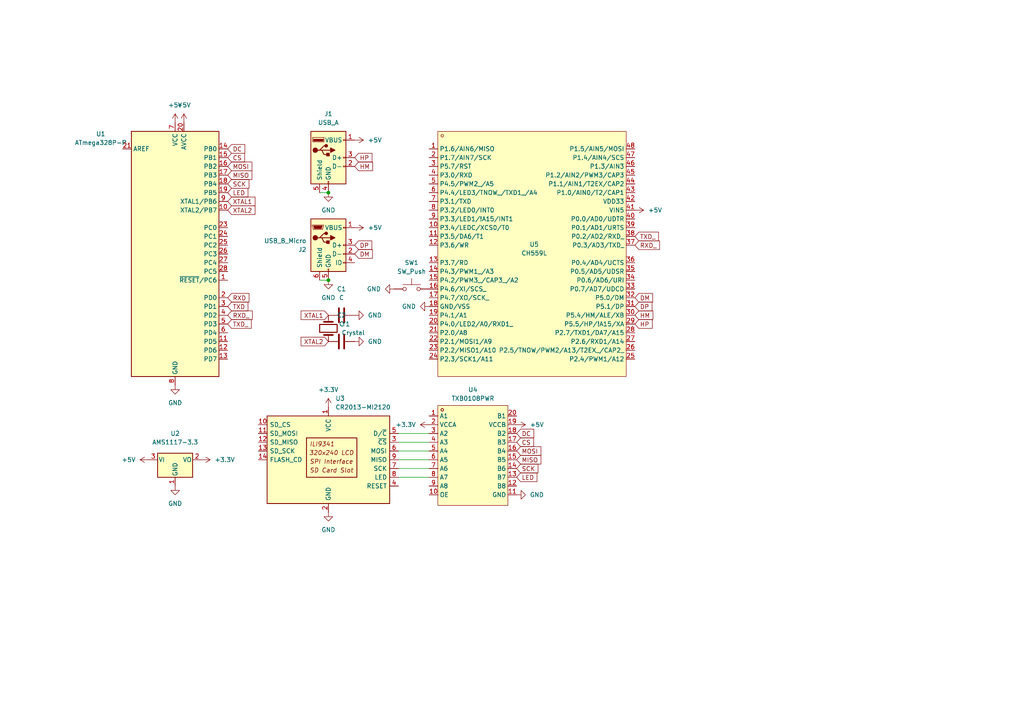
<source format=kicad_sch>
(kicad_sch (version 20211123) (generator eeschema)
  (paper "A4")
  (lib_symbols
    (symbol "CH559L:CH559L"
      (property "Reference" "U?" (at 0 1.4988 0))
      (property "Value" "CH559L" (at 0 -1.0412 0))
      (symbol "CH559L_0_1"
        (rectangle (start -27.94 34.29) (end 26.67 -36.83) (fill (type background)))
        (circle (center -26.67 33.02) (radius 0.38))
        (pin unspecified line (at -30.48 29.21 0) (length 2.54) (name "P1.6/AIN6/MISO") (number "1"))
        (pin unspecified line (at -30.48 6.35 0) (length 2.54) (name "P3.4/LEDC/XCS0/T0") (number "10"))
        (pin unspecified line (at -30.48 3.81 0) (length 2.54) (name "P3.5/DA6/T1") (number "11"))
        (pin unspecified line (at -30.48 1.27 0) (length 2.54) (name "P3.6/WR") (number "12"))
        (pin unspecified line (at -30.48 -3.81 0) (length 2.54) (name "P3.7/RD") (number "13"))
        (pin unspecified line (at -30.48 -6.35 0) (length 2.54) (name "P4.3/PWM1_/A3") (number "14"))
        (pin unspecified line (at -30.48 -8.89 0) (length 2.54) (name "P4.2/PWM3_/CAP3_/A2") (number "15"))
        (pin unspecified line (at -30.48 -11.43 0) (length 2.54) (name "P4.6/XI/SCS_") (number "16"))
        (pin unspecified line (at -30.48 -13.97 0) (length 2.54) (name "P4.7/XO/SCK_") (number "17"))
        (pin unspecified line (at -30.48 -16.51 0) (length 2.54) (name "GND/VSS") (number "18"))
        (pin unspecified line (at -30.48 -19.05 0) (length 2.54) (name "P4.1/A1") (number "19"))
        (pin unspecified line (at -30.48 26.67 0) (length 2.54) (name "P1.7/AIN7/SCK") (number "2"))
        (pin unspecified line (at -30.48 -21.59 0) (length 2.54) (name "P4.0/LED2/A0/RXD1_") (number "20"))
        (pin unspecified line (at -30.48 -24.13 0) (length 2.54) (name "P2.0/A8") (number "21"))
        (pin unspecified line (at -30.48 -26.67 0) (length 2.54) (name "P2.1/MOSI1/A9") (number "22"))
        (pin unspecified line (at -30.48 -29.21 0) (length 2.54) (name "P2.2/MISO1/A10") (number "23"))
        (pin unspecified line (at -30.48 -31.75 0) (length 2.54) (name "P2.3/SCK1/A11") (number "24"))
        (pin unspecified line (at 29.21 -31.75 180) (length 2.54) (name "P2.4/PWM1/A12") (number "25"))
        (pin unspecified line (at 29.21 -29.21 180) (length 2.54) (name "P2.5/TNOW/PWM2/A13/T2EX_/CAP2_") (number "26"))
        (pin unspecified line (at 29.21 -26.67 180) (length 2.54) (name "P2.6/RXD1/A14") (number "27"))
        (pin unspecified line (at 29.21 -24.13 180) (length 2.54) (name "P2.7/TXD1/DA7/A15") (number "28"))
        (pin unspecified line (at 29.21 -21.59 180) (length 2.54) (name "P5.5/HP/!A15/XA") (number "29"))
        (pin unspecified line (at -30.48 24.13 0) (length 2.54) (name "P5.7/RST") (number "3"))
        (pin unspecified line (at 29.21 -19.05 180) (length 2.54) (name "P5.4/HM/ALE/XB") (number "30"))
        (pin unspecified line (at 29.21 -16.51 180) (length 2.54) (name "P5.1/DP") (number "31"))
        (pin unspecified line (at 29.21 -13.97 180) (length 2.54) (name "P5.0/DM") (number "32"))
        (pin unspecified line (at 29.21 -11.43 180) (length 2.54) (name "P0.7/AD7/UDCD") (number "33"))
        (pin unspecified line (at 29.21 -8.89 180) (length 2.54) (name "P0.6/AD6/URI") (number "34"))
        (pin unspecified line (at 29.21 -6.35 180) (length 2.54) (name "P0.5/AD5/UDSR") (number "35"))
        (pin unspecified line (at 29.21 -3.81 180) (length 2.54) (name "P0.4/AD4/UCTS") (number "36"))
        (pin unspecified line (at 29.21 1.27 180) (length 2.54) (name "P0.3/AD3/TXD_") (number "37"))
        (pin unspecified line (at 29.21 3.81 180) (length 2.54) (name "P0.2/AD2/RXD_") (number "38"))
        (pin unspecified line (at 29.21 6.35 180) (length 2.54) (name "P0.1/AD1/URTS") (number "39"))
        (pin unspecified line (at -30.48 21.59 0) (length 2.54) (name "P3.0/RXD") (number "4"))
        (pin unspecified line (at 29.21 8.89 180) (length 2.54) (name "P0.0/AD0/UDTR") (number "40"))
        (pin unspecified line (at 29.21 11.43 180) (length 2.54) (name "VIN5") (number "41"))
        (pin unspecified line (at 29.21 13.97 180) (length 2.54) (name "VDD33") (number "42"))
        (pin unspecified line (at 29.21 16.51 180) (length 2.54) (name "P1.0/AIN0/T2/CAP1") (number "43"))
        (pin unspecified line (at 29.21 19.05 180) (length 2.54) (name "P1.1/AIN1/T2EX/CAP2") (number "44"))
        (pin unspecified line (at 29.21 21.59 180) (length 2.54) (name "P1.2/AIN2/PWM3/CAP3") (number "45"))
        (pin unspecified line (at 29.21 24.13 180) (length 2.54) (name "P1.3/AIN3") (number "46"))
        (pin unspecified line (at 29.21 26.67 180) (length 2.54) (name "P1.4/AIN4/SCS") (number "47"))
        (pin unspecified line (at 29.21 29.21 180) (length 2.54) (name "P1.5/AIN5/MOSI") (number "48"))
        (pin unspecified line (at -30.48 19.05 0) (length 2.54) (name "P4.5/PWM2_/A5") (number "5"))
        (pin unspecified line (at -30.48 16.51 0) (length 2.54) (name "P4.4/LED3/TNOW_/TXD1_/A4") (number "6"))
        (pin unspecified line (at -30.48 13.97 0) (length 2.54) (name "P3.1/TXD") (number "7"))
        (pin unspecified line (at -30.48 11.43 0) (length 2.54) (name "P3.2/LED0/INT0") (number "8"))
        (pin unspecified line (at -30.48 8.89 0) (length 2.54) (name "P3.3/LED1/!A15/INT1") (number "9"))
      )
    )
    (symbol "Connector:USB_A" (pin_names (offset 1.016))
      (property "Reference" "J" (at -5.08 11.43 0))
      (property "Value" "USB_A" (at -5.08 8.89 0))
      (symbol "USB_A_0_1"
        (rectangle (start -5.08 -7.62) (end 5.08 7.62) (stroke (width 0.254)) (fill (type background)))
        (circle (center -3.81 2.159) (radius 0.635) (stroke (width 0.254)) (fill (type outline)))
        (rectangle (start -1.524 4.826) (end -4.318 5.334) (fill (type outline)))
        (rectangle (start -1.27 4.572) (end -4.572 5.842))
        (circle (center -0.635 3.429) (radius 0.381) (stroke (width 0.254)) (fill (type outline)))
        (rectangle (start -0.127 -7.62) (end 0.127 -6.858))
        (polyline (pts (xy -3.175 2.159) (xy -2.54 2.159) (xy -1.27 3.429) (xy -0.635 3.429)) (stroke (width 0.254)))
        (polyline (pts (xy -2.54 2.159) (xy -1.905 2.159) (xy -1.27 0.889) (xy 0 0.889)) (stroke (width 0.254)))
        (polyline (pts (xy 0.635 2.794) (xy 0.635 1.524) (xy 1.905 2.159) (xy 0.635 2.794)) (stroke (width 0.254)) (fill (type outline)))
        (rectangle (start 0.254 1.27) (end -0.508 0.508) (stroke (width 0.254)) (fill (type outline)))
        (rectangle (start 5.08 -2.667) (end 4.318 -2.413))
        (rectangle (start 5.08 -0.127) (end 4.318 0.127))
        (rectangle (start 5.08 4.953) (end 4.318 5.207))
      )
      (symbol "USB_A_1_1"
        (polyline (pts (xy -1.905 2.159) (xy 0.635 2.159)) (stroke (width 0.254)))
        (pin power_in line (at 7.62 5.08 180) (length 2.54) (name "VBUS") (number "1"))
        (pin bidirectional line (at 7.62 -2.54 180) (length 2.54) (name "D-") (number "2"))
        (pin bidirectional line (at 7.62 0 180) (length 2.54) (name "D+") (number "3"))
        (pin power_in line (at 0 -10.16 90) (length 2.54) (name "GND") (number "4"))
        (pin passive line (at -2.54 -10.16 90) (length 2.54) (name "Shield") (number "5"))
      )
    )
    (symbol "Connector:USB_B_Micro" (pin_names (offset 1.016))
      (property "Reference" "J" (at -5.08 11.43 0))
      (property "Value" "USB_B_Micro" (at -5.08 8.89 0))
      (symbol "USB_B_Micro_0_1"
        (rectangle (start -5.08 -7.62) (end 5.08 7.62) (stroke (width 0.254)) (fill (type background)))
        (circle (center -3.81 2.159) (radius 0.635) (stroke (width 0.254)) (fill (type outline)))
        (circle (center -0.635 3.429) (radius 0.381) (stroke (width 0.254)) (fill (type outline)))
        (rectangle (start -0.127 -7.62) (end 0.127 -6.858))
        (polyline (pts (xy -1.905 2.159) (xy 0.635 2.159)) (stroke (width 0.254)))
        (polyline (pts (xy -3.175 2.159) (xy -2.54 2.159) (xy -1.27 3.429) (xy -0.635 3.429)) (stroke (width 0.254)))
        (polyline (pts (xy -2.54 2.159) (xy -1.905 2.159) (xy -1.27 0.889) (xy 0 0.889)) (stroke (width 0.254)))
        (polyline (pts (xy 0.635 2.794) (xy 0.635 1.524) (xy 1.905 2.159) (xy 0.635 2.794)) (stroke (width 0.254)) (fill (type outline)))
        (polyline (pts (xy -4.318 5.588) (xy -1.778 5.588) (xy -2.032 4.826) (xy -4.064 4.826) (xy -4.318 5.588)) (fill (type outline)))
        (polyline (pts (xy -4.699 5.842) (xy -4.699 5.588) (xy -4.445 4.826) (xy -4.445 4.572) (xy -1.651 4.572) (xy -1.651 4.826) (xy -1.397 5.588) (xy -1.397 5.842) (xy -4.699 5.842)))
        (rectangle (start 0.254 1.27) (end -0.508 0.508) (stroke (width 0.254)) (fill (type outline)))
        (rectangle (start 5.08 -5.207) (end 4.318 -4.953))
        (rectangle (start 5.08 -2.667) (end 4.318 -2.413))
        (rectangle (start 5.08 -0.127) (end 4.318 0.127))
        (rectangle (start 5.08 4.953) (end 4.318 5.207))
      )
      (symbol "USB_B_Micro_1_1"
        (pin power_out line (at 7.62 5.08 180) (length 2.54) (name "VBUS") (number "1"))
        (pin bidirectional line (at 7.62 -2.54 180) (length 2.54) (name "D-") (number "2"))
        (pin bidirectional line (at 7.62 0 180) (length 2.54) (name "D+") (number "3"))
        (pin passive line (at 7.62 -5.08 180) (length 2.54) (name "ID") (number "4"))
        (pin power_out line (at 0 -10.16 90) (length 2.54) (name "GND") (number "5"))
        (pin passive line (at -2.54 -10.16 90) (length 2.54) (name "Shield") (number "6"))
      )
    )
    (symbol "Device:C" (pin_numbers hide) (pin_names (offset 0.254))
      (property "Reference" "C" (at 0.635 2.54 0))
      (property "Value" "C" (at 0.635 -2.54 0))
      (symbol "C_0_1"
        (polyline (pts (xy -2.032 -0.762) (xy 2.032 -0.762)) (stroke (width 0.508)))
        (polyline (pts (xy -2.032 0.762) (xy 2.032 0.762)) (stroke (width 0.508)))
      )
      (symbol "C_1_1"
        (pin passive line (at 0 3.81 270) (length 2.794) (name "~") (number "1"))
        (pin passive line (at 0 -3.81 90) (length 2.794) (name "~") (number "2"))
      )
    )
    (symbol "Device:Crystal" (pin_numbers hide) (pin_names (offset 1.016) hide)
      (property "Reference" "Y" (at 0 3.81 0))
      (property "Value" "Crystal" (at 0 -3.81 0))
      (symbol "Crystal_0_1"
        (rectangle (start -1.143 2.54) (end 1.143 -2.54) (stroke (width 0.3048)))
        (polyline (pts (xy -2.54 0) (xy -1.905 0)))
        (polyline (pts (xy -1.905 -1.27) (xy -1.905 1.27)) (stroke (width 0.508)))
        (polyline (pts (xy 1.905 -1.27) (xy 1.905 1.27)) (stroke (width 0.508)))
        (polyline (pts (xy 2.54 0) (xy 1.905 0)))
      )
      (symbol "Crystal_1_1"
        (pin passive line (at -3.81 0 0) (length 1.27) (name "1") (number "1"))
        (pin passive line (at 3.81 0 180) (length 1.27) (name "2") (number "2"))
      )
    )
    (symbol "Driver_Display:CR2013-MI2120" (pin_names (offset 0.762))
      (property "Reference" "U" (at -17.526 13.97 0))
      (property "Value" "CR2013-MI2120" (at 1.905 13.97 0))
      (symbol "CR2013-MI2120_0_0"
        (text "320x240 LCD" (at 0.889 2.032 0) (effects (font (size 1.27 1.27) italic)))
        (text "ILI9341" (at -5.461 4.572 0) (effects (font (size 1.27 1.27) italic) (justify left)))
        (text "SD Card Slot" (at -5.461 -3.048 0) (effects (font (size 1.27 1.27) italic) (justify left)))
        (text "SPI Interface" (at -5.461 -0.508 0) (effects (font (size 1.27 1.27) italic) (justify left)))
      )
      (symbol "CR2013-MI2120_0_1"
        (rectangle (start -17.78 12.7) (end 17.78 -12.7) (stroke (width 0.254)) (fill (type background)))
        (rectangle (start -6.35 6.35) (end 8.255 -5.08) (stroke (width 0.254)))
      )
      (symbol "CR2013-MI2120_1_1"
        (pin power_in line (at 0 15.24 270) (length 2.54) (name "VCC") (number "1"))
        (pin input line (at -20.32 10.16 0) (length 2.54) (name "SD_CS") (number "10"))
        (pin input line (at -20.32 7.62 0) (length 2.54) (name "SD_MOSI") (number "11"))
        (pin output line (at -20.32 5.08 0) (length 2.54) (name "SD_MISO") (number "12"))
        (pin input line (at -20.32 2.54 0) (length 2.54) (name "SD_SCK") (number "13"))
        (pin input line (at -20.32 0 0) (length 2.54) (name "FLASH_CD") (number "14"))
        (pin power_in line (at 0 -15.24 90) (length 2.54) (name "GND") (number "2"))
        (pin input line (at 20.32 5.08 180) (length 2.54) (name "~{CS}") (number "3"))
        (pin input line (at 20.32 -7.62 180) (length 2.54) (name "RESET") (number "4"))
        (pin input line (at 20.32 7.62 180) (length 2.54) (name "D/~{C}") (number "5"))
        (pin input line (at 20.32 2.54 180) (length 2.54) (name "MOSI") (number "6"))
        (pin input line (at 20.32 -2.54 180) (length 2.54) (name "SCK") (number "7"))
        (pin input line (at 20.32 -5.08 180) (length 2.54) (name "LED") (number "8"))
        (pin output line (at 20.32 0 180) (length 2.54) (name "MISO") (number "9"))
      )
    )
    (symbol "MCU_Microchip_ATmega:ATmega328P-P"
      (property "Reference" "U" (at -12.7 36.83 0))
      (property "Value" "ATmega328P-P" (at 2.54 -36.83 0))
      (symbol "ATmega328P-P_0_1"
        (rectangle (start -12.7 -35.56) (end 12.7 35.56) (stroke (width 0.254)) (fill (type background)))
      )
      (symbol "ATmega328P-P_1_1"
        (pin bidirectional line (at 15.24 -7.62 180) (length 2.54) (name "~{RESET}/PC6") (number "1"))
        (pin bidirectional line (at 15.24 12.7 180) (length 2.54) (name "XTAL2/PB7") (number "10"))
        (pin bidirectional line (at 15.24 -25.4 180) (length 2.54) (name "PD5") (number "11"))
        (pin bidirectional line (at 15.24 -27.94 180) (length 2.54) (name "PD6") (number "12"))
        (pin bidirectional line (at 15.24 -30.48 180) (length 2.54) (name "PD7") (number "13"))
        (pin bidirectional line (at 15.24 30.48 180) (length 2.54) (name "PB0") (number "14"))
        (pin bidirectional line (at 15.24 27.94 180) (length 2.54) (name "PB1") (number "15"))
        (pin bidirectional line (at 15.24 25.4 180) (length 2.54) (name "PB2") (number "16"))
        (pin bidirectional line (at 15.24 22.86 180) (length 2.54) (name "PB3") (number "17"))
        (pin bidirectional line (at 15.24 20.32 180) (length 2.54) (name "PB4") (number "18"))
        (pin bidirectional line (at 15.24 17.78 180) (length 2.54) (name "PB5") (number "19"))
        (pin bidirectional line (at 15.24 -12.7 180) (length 2.54) (name "PD0") (number "2"))
        (pin power_in line (at 2.54 38.1 270) (length 2.54) (name "AVCC") (number "20"))
        (pin passive line (at -15.24 30.48 0) (length 2.54) (name "AREF") (number "21"))
        (pin passive line (at 0 -38.1 90) (length 2.54) hide (name "GND") (number "22"))
        (pin bidirectional line (at 15.24 7.62 180) (length 2.54) (name "PC0") (number "23"))
        (pin bidirectional line (at 15.24 5.08 180) (length 2.54) (name "PC1") (number "24"))
        (pin bidirectional line (at 15.24 2.54 180) (length 2.54) (name "PC2") (number "25"))
        (pin bidirectional line (at 15.24 0 180) (length 2.54) (name "PC3") (number "26"))
        (pin bidirectional line (at 15.24 -2.54 180) (length 2.54) (name "PC4") (number "27"))
        (pin bidirectional line (at 15.24 -5.08 180) (length 2.54) (name "PC5") (number "28"))
        (pin bidirectional line (at 15.24 -15.24 180) (length 2.54) (name "PD1") (number "3"))
        (pin bidirectional line (at 15.24 -17.78 180) (length 2.54) (name "PD2") (number "4"))
        (pin bidirectional line (at 15.24 -20.32 180) (length 2.54) (name "PD3") (number "5"))
        (pin bidirectional line (at 15.24 -22.86 180) (length 2.54) (name "PD4") (number "6"))
        (pin power_in line (at 0 38.1 270) (length 2.54) (name "VCC") (number "7"))
        (pin power_in line (at 0 -38.1 90) (length 2.54) (name "GND") (number "8"))
        (pin bidirectional line (at 15.24 15.24 180) (length 2.54) (name "XTAL1/PB6") (number "9"))
      )
    )
    (symbol "Regulator_Linear:AMS1117-3.3" (pin_names (offset 0.254))
      (property "Reference" "U" (at -3.81 3.175 0))
      (property "Value" "AMS1117-3.3" (at 0 3.175 0))
      (symbol "AMS1117-3.3_0_1"
        (rectangle (start -5.08 -5.08) (end 5.08 1.905) (stroke (width 0.254)) (fill (type background)))
      )
      (symbol "AMS1117-3.3_1_1"
        (pin power_in line (at 0 -7.62 90) (length 2.54) (name "GND") (number "1"))
        (pin power_out line (at 7.62 0 180) (length 2.54) (name "VO") (number "2"))
        (pin power_in line (at -7.62 0 0) (length 2.54) (name "VI") (number "3"))
      )
    )
    (symbol "Switch:SW_Push" (pin_numbers hide) (pin_names (offset 1.016) hide)
      (property "Reference" "SW" (at 1.27 2.54 0))
      (property "Value" "SW_Push" (at 0 -1.524 0))
      (symbol "SW_Push_0_1"
        (circle (center -2.032 0) (radius 0.508))
        (polyline (pts (xy 0 1.27) (xy 0 3.048)))
        (polyline (pts (xy 2.54 1.27) (xy -2.54 1.27)))
        (circle (center 2.032 0) (radius 0.508))
        (pin passive line (at -5.08 0 0) (length 2.54) (name "1") (number "1"))
        (pin passive line (at 5.08 0 180) (length 2.54) (name "2") (number "2"))
      )
    )
    (symbol "TXB0108PWR:TXB0108PWR"
      (property "Reference" "U?" (at 0 19.05 0))
      (property "Value" "TXB0108PWR" (at 0 16.51 0))
      (symbol "TXB0108PWR_0_1"
        (rectangle (start -10.16 14.48) (end 10.16 -14.48) (fill (type background)))
        (circle (center -8.89 13.21) (radius 0.38))
        (circle (center -8.89 13.21) (radius 0.38))
        (pin unspecified line (at -12.7 11.43 0) (length 2.54) (name "A1") (number "1"))
        (pin unspecified line (at -12.7 -11.43 0) (length 2.54) (name "OE") (number "10"))
        (pin unspecified line (at 12.7 -11.43 180) (length 2.54) (name "GND") (number "11"))
        (pin unspecified line (at 12.7 -8.89 180) (length 2.54) (name "B8") (number "12"))
        (pin unspecified line (at 12.7 -6.35 180) (length 2.54) (name "B7") (number "13"))
        (pin unspecified line (at 12.7 -3.81 180) (length 2.54) (name "B6") (number "14"))
        (pin unspecified line (at 12.7 -1.27 180) (length 2.54) (name "B5") (number "15"))
        (pin unspecified line (at 12.7 1.27 180) (length 2.54) (name "B4") (number "16"))
        (pin unspecified line (at 12.7 3.81 180) (length 2.54) (name "B3") (number "17"))
        (pin unspecified line (at 12.7 6.35 180) (length 2.54) (name "B2") (number "18"))
        (pin unspecified line (at 12.7 8.89 180) (length 2.54) (name "VCCB") (number "19"))
        (pin unspecified line (at -12.7 8.89 0) (length 2.54) (name "VCCA") (number "2"))
        (pin unspecified line (at 12.7 11.43 180) (length 2.54) (name "B1") (number "20"))
        (pin unspecified line (at -12.7 6.35 0) (length 2.54) (name "A2") (number "3"))
        (pin unspecified line (at -12.7 3.81 0) (length 2.54) (name "A3") (number "4"))
        (pin unspecified line (at -12.7 1.27 0) (length 2.54) (name "A4") (number "5"))
        (pin unspecified line (at -12.7 -1.27 0) (length 2.54) (name "A5") (number "6"))
        (pin unspecified line (at -12.7 -3.81 0) (length 2.54) (name "A6") (number "7"))
        (pin unspecified line (at -12.7 -6.35 0) (length 2.54) (name "A7") (number "8"))
        (pin unspecified line (at -12.7 -8.89 0) (length 2.54) (name "A8") (number "9"))
      )
    )
    (symbol "power:+3.3V" (power) (pin_names (offset 0))
      (property "Value" "+3.3V" (at 0 3.556 0))
      (symbol "+3.3V_0_1"
        (polyline (pts (xy -0.762 1.27) (xy 0 2.54)))
        (polyline (pts (xy 0 0) (xy 0 2.54)))
        (polyline (pts (xy 0 2.54) (xy 0.762 1.27)))
      )
      (symbol "+3.3V_1_1"
        (pin power_in line (at 0 0 90) (length 0) hide (name "+3.3V") (number "1"))
      )
    )
    (symbol "power:+5V" (power) (pin_names (offset 0))
      (property "Value" "+5V" (at 0 3.556 0))
      (symbol "+5V_0_1"
        (polyline (pts (xy -0.762 1.27) (xy 0 2.54)))
        (polyline (pts (xy 0 0) (xy 0 2.54)))
        (polyline (pts (xy 0 2.54) (xy 0.762 1.27)))
      )
      (symbol "+5V_1_1"
        (pin power_in line (at 0 0 90) (length 0) hide (name "+5V") (number "1"))
      )
    )
    (symbol "power:GND" (power) (pin_names (offset 0))
      (property "Value" "GND" (at 0 -3.81 0))
      (symbol "GND_0_1"
        (polyline (pts (xy 0 0) (xy 0 -1.27) (xy 1.27 -1.27) (xy 0 -2.54) (xy -1.27 -1.27) (xy 0 -1.27)))
      )
      (symbol "GND_1_1"
        (pin power_in line (at 0 0 270) (length 0) hide (name "GND") (number "1"))
      )
    )
  )
  (junction (at 95.25 81.28))
  (junction (at 95.25 55.88))
  (wire (pts (xy 115.57 138.43) (xy 124.46 138.43)))
  (wire (pts (xy 92.71 55.88) (xy 95.25 55.88)))
  (wire (pts (xy 92.71 81.28) (xy 95.25 81.28)))
  (wire (pts (xy 115.57 130.81) (xy 124.46 130.81)))
  (wire (pts (xy 115.57 125.73) (xy 124.46 125.73)))
  (wire (pts (xy 115.57 128.27) (xy 124.46 128.27)))
  (wire (pts (xy 115.57 133.35) (xy 124.46 133.35)))
  (wire (pts (xy 115.57 135.89) (xy 124.46 135.89)))
  (global_label "MOSI" (shape input) (at 149.86 130.81 0) (property "Intersheet References" "${INTERSHEET_REFS}" (effects hide)))
  (global_label "TXD_" (shape input) (at 66.04 93.98 0) (property "Intersheet References" "${INTERSHEET_REFS}" (effects hide)))
  (global_label "HP" (shape input) (at 184.15 93.98 0) (property "Intersheet References" "${INTERSHEET_REFS}" (effects hide)))
  (global_label "HM" (shape input) (at 184.15 91.44 0) (property "Intersheet References" "${INTERSHEET_REFS}" (effects hide)))
  (global_label "DC" (shape input) (at 66.04 43.18 0) (property "Intersheet References" "${INTERSHEET_REFS}" (effects hide)))
  (global_label "MOSI" (shape input) (at 66.04 48.26 0) (property "Intersheet References" "${INTERSHEET_REFS}" (effects hide)))
  (global_label "DM" (shape input) (at 102.87 73.66 0) (property "Intersheet References" "${INTERSHEET_REFS}" (effects hide)))
  (global_label "DC" (shape input) (at 149.86 125.73 0) (property "Intersheet References" "${INTERSHEET_REFS}" (effects hide)))
  (global_label "SCK" (shape input) (at 66.04 53.34 0) (property "Intersheet References" "${INTERSHEET_REFS}" (effects hide)))
  (global_label "RXD_" (shape input) (at 184.15 71.12 0) (property "Intersheet References" "${INTERSHEET_REFS}" (effects hide)))
  (global_label "XTAL1" (shape input) (at 95.25 91.44 180) (property "Intersheet References" "${INTERSHEET_REFS}" (effects hide)))
  (global_label "XTAL1" (shape input) (at 66.04 58.42 0) (property "Intersheet References" "${INTERSHEET_REFS}" (effects hide)))
  (global_label "HP" (shape input) (at 102.87 45.72 0) (property "Intersheet References" "${INTERSHEET_REFS}" (effects hide)))
  (global_label "CS" (shape input) (at 66.04 45.72 0) (property "Intersheet References" "${INTERSHEET_REFS}" (effects hide)))
  (global_label "DM" (shape input) (at 184.15 86.36 0) (property "Intersheet References" "${INTERSHEET_REFS}" (effects hide)))
  (global_label "MISO" (shape input) (at 66.04 50.8 0) (property "Intersheet References" "${INTERSHEET_REFS}" (effects hide)))
  (global_label "MISO" (shape input) (at 149.86 133.35 0) (property "Intersheet References" "${INTERSHEET_REFS}" (effects hide)))
  (global_label "TXD" (shape input) (at 66.04 88.9 0) (property "Intersheet References" "${INTERSHEET_REFS}" (effects hide)))
  (global_label "LED" (shape input) (at 149.86 138.43 0) (property "Intersheet References" "${INTERSHEET_REFS}" (effects hide)))
  (global_label "LED" (shape input) (at 66.04 55.88 0) (property "Intersheet References" "${INTERSHEET_REFS}" (effects hide)))
  (global_label "TXD_" (shape input) (at 184.15 68.58 0) (property "Intersheet References" "${INTERSHEET_REFS}" (effects hide)))
  (global_label "HM" (shape input) (at 102.87 48.26 0) (property "Intersheet References" "${INTERSHEET_REFS}" (effects hide)))
  (global_label "XTAL2" (shape input) (at 95.25 99.06 180) (property "Intersheet References" "${INTERSHEET_REFS}" (effects hide)))
  (global_label "RXD_" (shape input) (at 66.04 91.44 0) (property "Intersheet References" "${INTERSHEET_REFS}" (effects hide)))
  (global_label "RXD" (shape input) (at 66.04 86.36 0) (property "Intersheet References" "${INTERSHEET_REFS}" (effects hide)))
  (global_label "DP" (shape input) (at 102.87 71.12 0) (property "Intersheet References" "${INTERSHEET_REFS}" (effects hide)))
  (global_label "CS" (shape input) (at 149.86 128.27 0) (property "Intersheet References" "${INTERSHEET_REFS}" (effects hide)))
  (global_label "SCK" (shape input) (at 149.86 135.89 0) (property "Intersheet References" "${INTERSHEET_REFS}" (effects hide)))
  (global_label "XTAL2" (shape input) (at 66.04 60.96 0) (property "Intersheet References" "${INTERSHEET_REFS}" (effects hide)))
  (global_label "DP" (shape input) (at 184.15 88.9 0) (property "Intersheet References" "${INTERSHEET_REFS}" (effects hide)))
  (symbol (lib_id "power:GND") (at 124.46 88.9 270) (unit 1)
    (property "Reference" "#PWR016" (effects hide))
    (property "Value" "GND" (at 120.65 88.8999 90) (effects (justify right)))
  )
  (symbol (lib_id "power:+3.3V") (at 95.25 118.11 0) (unit 1)
    (property "Reference" "#PWR09" (effects hide))
    (property "Value" "+3.3V" (at 95.25 113.03 0))
  )
  (symbol (lib_id "power:+5V") (at 53.34 35.56 0) (unit 1)
    (property "Reference" "#PWR05" (effects hide))
    (property "Value" "+5V" (at 53.34 30.48 0))
  )
  (symbol (lib_id "power:GND") (at 95.25 81.28 0) (unit 1)
    (property "Reference" "#PWR08" (effects hide))
    (property "Value" "GND" (at 95.25 86.36 0))
  )
  (symbol (lib_id "power:+3.3V") (at 58.42 133.35 270) (unit 1)
    (property "Reference" "#PWR06" (effects hide))
    (property "Value" "+3.3V" (at 62.23 133.3499 90) (effects (justify left)))
  )
  (symbol (lib_id "power:GND") (at 95.25 55.88 0) (unit 1)
    (property "Reference" "#PWR07" (effects hide))
    (property "Value" "GND" (at 95.25 60.96 0))
  )
  (symbol (lib_id "power:GND") (at 114.3 83.82 270) (unit 1)
    (property "Reference" "#PWR015" (effects hide))
    (property "Value" "GND" (at 110.49 83.8199 90) (effects (justify right)))
  )
  (symbol (lib_id "Driver_Display:CR2013-MI2120") (at 95.25 133.35 0) (unit 1)
    (property "Reference" "U3" (at 97.2694 115.57 0) (effects (justify left)))
    (property "Value" "CR2013-MI2120" (at 97.2694 118.11 0) (effects (justify left)))
    (property "Footprint" "Display:CR2013-MI2120" (effects hide))
    (property "Datasheet" "http://pan.baidu.com/s/11Y990" (effects hide))
  )
  (symbol (lib_id "Switch:SW_Push") (at 119.38 83.82 0) (unit 1)
    (property "Reference" "SW1" (at 119.38 76.2 0))
    (property "Value" "SW_Push" (at 119.38 78.74 0))
    (property "Footprint" "Footprint_Library:Push_SW_C2693625" (effects hide))
  )
  (symbol (lib_id "CH559L:CH559L") (at 154.94 72.39 0) (unit 1)
    (property "Reference" "U5" (at 154.94 70.8912 0))
    (property "Value" "CH559L" (at 154.94 73.4312 0))
    (property "Footprint" "Package_QFP:LQFP-48_7x7mm_P0.5mm" (effects hide))
    (property "Datasheet" "https://lcsc.com/product-detail/Microcontroller-Units-MCUs-MPUs-SOCs_WCH-Jiangsu-Qin-Heng-CH559L_C150548.html" (effects hide))
    (property "Manufacturer" "Jiangsu Qin Heng" (effects hide))
    (property "LCSC Part" "C150548" (effects hide))
    (property "JLC Part" "Extended Part" (effects hide))
  )
  (symbol (lib_id "power:GND") (at 50.8 111.76 0) (unit 1)
    (property "Reference" "#PWR03" (effects hide))
    (property "Value" "GND" (at 50.8 116.84 0))
  )
  (symbol (lib_id "power:GND") (at 102.87 91.44 90) (unit 1)
    (property "Reference" "#PWR013" (effects hide))
    (property "Value" "GND" (at 106.68 91.4399 90) (effects (justify right)))
  )
  (symbol (lib_id "power:+3.3V") (at 124.46 123.19 90) (unit 1)
    (property "Reference" "#PWR017" (effects hide))
    (property "Value" "+3.3V" (at 120.65 123.1899 90) (effects (justify left)))
  )
  (symbol (lib_id "power:+5V") (at 149.86 123.19 270) (unit 1)
    (property "Reference" "#PWR018" (effects hide))
    (property "Value" "+5V" (at 153.67 123.1899 90) (effects (justify left)))
  )
  (symbol (lib_id "power:GND") (at 95.25 148.59 0) (unit 1)
    (property "Reference" "#PWR010" (effects hide))
    (property "Value" "GND" (at 95.25 153.67 0))
  )
  (symbol (lib_id "power:GND") (at 149.86 143.51 90) (unit 1)
    (property "Reference" "#PWR019" (effects hide))
    (property "Value" "GND" (at 153.67 143.5099 90) (effects (justify right)))
  )
  (symbol (lib_id "Device:C") (at 99.06 91.44 90) (unit 1)
    (property "Reference" "C1" (at 99.06 83.82 90))
    (property "Value" "C" (at 99.06 86.36 90))
    (property "Footprint" "Capacitor_SMD:C_0603_1608Metric" (effects hide))
  )
  (symbol (lib_id "power:+5V") (at 102.87 66.04 270) (unit 1)
    (property "Reference" "#PWR012" (effects hide))
    (property "Value" "+5V" (at 106.68 66.0399 90) (effects (justify left)))
  )
  (symbol (lib_id "Connector:USB_B_Micro") (at 95.25 71.12 0) (unit 1)
    (property "Reference" "J2" (at 88.9 72.3901 0) (effects (justify right)))
    (property "Value" "USB_B_Micro" (at 88.9 69.8501 0) (effects (justify right)))
    (property "Footprint" "Footprint_Library:USB_Micro-B_C2682230" (effects hide))
  )
  (symbol (lib_id "power:+5V") (at 102.87 40.64 270) (unit 1)
    (property "Reference" "#PWR011" (effects hide))
    (property "Value" "+5V" (at 106.68 40.6399 90) (effects (justify left)))
  )
  (symbol (lib_id "Regulator_Linear:AMS1117-3.3") (at 50.8 133.35 0) (unit 1)
    (property "Reference" "U2" (at 50.8 125.73 0))
    (property "Value" "AMS1117-3.3" (at 50.8 128.27 0))
    (property "Footprint" "Package_TO_SOT_SMD:SOT-223-3_TabPin2" (effects hide))
    (property "Datasheet" "http://www.advanced-monolithic.com/pdf/ds1117.pdf" (effects hide))
  )
  (symbol (lib_id "power:GND") (at 50.8 140.97 0) (unit 1)
    (property "Reference" "#PWR04" (effects hide))
    (property "Value" "GND" (at 50.8 146.05 0))
  )
  (symbol (lib_id "Connector:USB_A") (at 95.25 45.72 0) (unit 1)
    (property "Reference" "J1" (at 95.25 33.02 0))
    (property "Value" "USB_A" (at 95.25 35.56 0))
    (property "Footprint" "Footprint_Library:USB_Type-A_C2345" (effects hide))
    (property "Datasheet" " ~" (effects hide))
  )
  (symbol (lib_id "TXB0108PWR:TXB0108PWR") (at 137.16 132.08 0) (unit 1)
    (property "Reference" "U4" (at 137.16 113.03 0))
    (property "Value" "TXB0108PWR" (at 137.16 115.57 0))
    (property "Footprint" "Package_SO:TSSOP-20_4.4x6.5mm_P0.65mm" (effects hide))
    (property "Datasheet" "https://lcsc.com/product-detail/Interface-ICs_TI_TXB0108PWR_TXB0108PWR_C53406.html" (effects hide))
    (property "Manufacturer" "TI" (effects hide))
    (property "LCSC Part" "C53406" (effects hide))
    (property "JLC Part" "Extended Part" (effects hide))
  )
  (symbol (lib_id "power:+5V") (at 50.8 35.56 0) (unit 1)
    (property "Reference" "#PWR02" (effects hide))
    (property "Value" "+5V" (at 50.8 30.48 0))
  )
  (symbol (lib_id "power:+5V") (at 184.15 60.96 270) (unit 1)
    (property "Reference" "#PWR020" (effects hide))
    (property "Value" "+5V" (at 187.96 60.9599 90) (effects (justify left)))
  )
  (symbol (lib_id "Device:Crystal") (at 95.25 95.25 270) (unit 1)
    (property "Reference" "Y1" (at 99.06 93.9799 90) (effects (justify left)))
    (property "Value" "Crystal" (at 99.06 96.5199 90) (effects (justify left)))
    (property "Footprint" "Footprint_Library:Crystal_C16212" (effects hide))
  )
  (symbol (lib_id "MCU_Microchip_ATmega:ATmega328P-P") (at 50.8 73.66 0) (unit 1)
    (property "Reference" "U1" (at 29.21 38.8493 0))
    (property "Value" "ATmega328P-P" (at 29.21 41.3893 0))
    (property "Footprint" "Package_DIP:DIP-28_W7.62mm" (effects hide))
    (property "Datasheet" "http://ww1.microchip.com/downloads/en/DeviceDoc/ATmega328_P%20AVR%20MCU%20with%20picoPower%20Technology%20Data%20Sheet%2040001984A.pdf" (effects hide))
  )
  (symbol (lib_id "power:+5V") (at 43.18 133.35 90) (unit 1)
    (property "Reference" "#PWR01" (effects hide))
    (property "Value" "+5V" (at 39.37 133.3499 90) (effects (justify left)))
  )
  (symbol (lib_id "Device:C") (at 99.06 99.06 90) (unit 1)
    (property "Reference" "C2" (at 99.06 91.44 90))
    (property "Value" "C" (at 99.06 93.98 90))
    (property "Footprint" "Capacitor_SMD:C_0603_1608Metric" (effects hide))
  )
  (symbol (lib_id "power:GND") (at 102.87 99.06 90) (unit 1)
    (property "Reference" "#PWR014" (effects hide))
    (property "Value" "GND" (at 106.68 99.0599 90) (effects (justify right)))
  )
)
</source>
